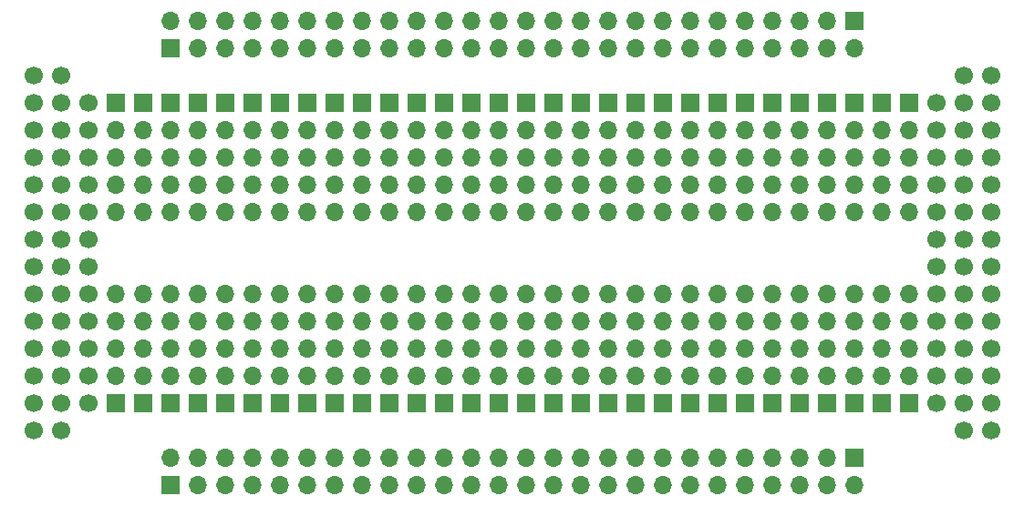
<source format=gbr>
G04 #@! TF.GenerationSoftware,KiCad,Pcbnew,(5.0.0)*
G04 #@! TF.CreationDate,2018-10-10T12:23:29-06:00*
G04 #@! TF.ProjectId,AltoidsPCB,416C746F6964735043422E6B69636164,rev?*
G04 #@! TF.SameCoordinates,Original*
G04 #@! TF.FileFunction,Copper,L1,Top,Signal*
G04 #@! TF.FilePolarity,Positive*
%FSLAX46Y46*%
G04 Gerber Fmt 4.6, Leading zero omitted, Abs format (unit mm)*
G04 Created by KiCad (PCBNEW (5.0.0)) date 10/10/18 12:23:29*
%MOMM*%
%LPD*%
G01*
G04 APERTURE LIST*
G04 #@! TA.AperFunction,ComponentPad*
%ADD10R,1.700000X1.700000*%
G04 #@! TD*
G04 #@! TA.AperFunction,ComponentPad*
%ADD11O,1.700000X1.700000*%
G04 #@! TD*
G04 #@! TA.AperFunction,ComponentPad*
%ADD12C,1.700000*%
G04 #@! TD*
G04 APERTURE END LIST*
D10*
G04 #@! TO.P,J2,1*
G04 #@! TO.N,Net-(J2-Pad1)*
X106680000Y-105410000D03*
D11*
G04 #@! TO.P,J2,2*
X109220000Y-105410000D03*
G04 #@! TO.P,J2,3*
X111760000Y-105410000D03*
G04 #@! TO.P,J2,4*
X114300000Y-105410000D03*
G04 #@! TO.P,J2,5*
X116840000Y-105410000D03*
G04 #@! TO.P,J2,6*
X119380000Y-105410000D03*
G04 #@! TO.P,J2,7*
X121920000Y-105410000D03*
G04 #@! TO.P,J2,8*
X124460000Y-105410000D03*
G04 #@! TO.P,J2,9*
X127000000Y-105410000D03*
G04 #@! TO.P,J2,10*
X129540000Y-105410000D03*
G04 #@! TO.P,J2,11*
X132080000Y-105410000D03*
G04 #@! TO.P,J2,12*
X134620000Y-105410000D03*
G04 #@! TO.P,J2,13*
X137160000Y-105410000D03*
G04 #@! TO.P,J2,14*
X139700000Y-105410000D03*
G04 #@! TO.P,J2,15*
X142240000Y-105410000D03*
G04 #@! TO.P,J2,16*
X144780000Y-105410000D03*
G04 #@! TO.P,J2,17*
X147320000Y-105410000D03*
G04 #@! TO.P,J2,18*
X149860000Y-105410000D03*
G04 #@! TO.P,J2,19*
X152400000Y-105410000D03*
G04 #@! TO.P,J2,20*
X154940000Y-105410000D03*
G04 #@! TO.P,J2,21*
X157480000Y-105410000D03*
G04 #@! TO.P,J2,22*
X160020000Y-105410000D03*
G04 #@! TO.P,J2,23*
X162560000Y-105410000D03*
G04 #@! TO.P,J2,24*
X165100000Y-105410000D03*
G04 #@! TO.P,J2,25*
X167640000Y-105410000D03*
G04 #@! TO.P,J2,26*
X170180000Y-105410000D03*
G04 #@! TD*
D10*
G04 #@! TO.P,J2,1*
G04 #@! TO.N,Net-(J2-Pad1)*
X170180000Y-102870000D03*
D11*
G04 #@! TO.P,J2,2*
X167640000Y-102870000D03*
G04 #@! TO.P,J2,3*
X165100000Y-102870000D03*
G04 #@! TO.P,J2,4*
X162560000Y-102870000D03*
G04 #@! TO.P,J2,5*
X160020000Y-102870000D03*
G04 #@! TO.P,J2,6*
X157480000Y-102870000D03*
G04 #@! TO.P,J2,7*
X154940000Y-102870000D03*
G04 #@! TO.P,J2,8*
X152400000Y-102870000D03*
G04 #@! TO.P,J2,9*
X149860000Y-102870000D03*
G04 #@! TO.P,J2,10*
X147320000Y-102870000D03*
G04 #@! TO.P,J2,11*
X144780000Y-102870000D03*
G04 #@! TO.P,J2,12*
X142240000Y-102870000D03*
G04 #@! TO.P,J2,13*
X139700000Y-102870000D03*
G04 #@! TO.P,J2,14*
X137160000Y-102870000D03*
G04 #@! TO.P,J2,15*
X134620000Y-102870000D03*
G04 #@! TO.P,J2,16*
X132080000Y-102870000D03*
G04 #@! TO.P,J2,17*
X129540000Y-102870000D03*
G04 #@! TO.P,J2,18*
X127000000Y-102870000D03*
G04 #@! TO.P,J2,19*
X124460000Y-102870000D03*
G04 #@! TO.P,J2,20*
X121920000Y-102870000D03*
G04 #@! TO.P,J2,21*
X119380000Y-102870000D03*
G04 #@! TO.P,J2,22*
X116840000Y-102870000D03*
G04 #@! TO.P,J2,23*
X114300000Y-102870000D03*
G04 #@! TO.P,J2,24*
X111760000Y-102870000D03*
G04 #@! TO.P,J2,25*
X109220000Y-102870000D03*
G04 #@! TO.P,J2,26*
X106680000Y-102870000D03*
G04 #@! TD*
D10*
G04 #@! TO.P,J2,1*
G04 #@! TO.N,Net-(J2-Pad1)*
X170180000Y-62230000D03*
D11*
G04 #@! TO.P,J2,2*
X167640000Y-62230000D03*
G04 #@! TO.P,J2,3*
X165100000Y-62230000D03*
G04 #@! TO.P,J2,4*
X162560000Y-62230000D03*
G04 #@! TO.P,J2,5*
X160020000Y-62230000D03*
G04 #@! TO.P,J2,6*
X157480000Y-62230000D03*
G04 #@! TO.P,J2,7*
X154940000Y-62230000D03*
G04 #@! TO.P,J2,8*
X152400000Y-62230000D03*
G04 #@! TO.P,J2,9*
X149860000Y-62230000D03*
G04 #@! TO.P,J2,10*
X147320000Y-62230000D03*
G04 #@! TO.P,J2,11*
X144780000Y-62230000D03*
G04 #@! TO.P,J2,12*
X142240000Y-62230000D03*
G04 #@! TO.P,J2,13*
X139700000Y-62230000D03*
G04 #@! TO.P,J2,14*
X137160000Y-62230000D03*
G04 #@! TO.P,J2,15*
X134620000Y-62230000D03*
G04 #@! TO.P,J2,16*
X132080000Y-62230000D03*
G04 #@! TO.P,J2,17*
X129540000Y-62230000D03*
G04 #@! TO.P,J2,18*
X127000000Y-62230000D03*
G04 #@! TO.P,J2,19*
X124460000Y-62230000D03*
G04 #@! TO.P,J2,20*
X121920000Y-62230000D03*
G04 #@! TO.P,J2,21*
X119380000Y-62230000D03*
G04 #@! TO.P,J2,22*
X116840000Y-62230000D03*
G04 #@! TO.P,J2,23*
X114300000Y-62230000D03*
G04 #@! TO.P,J2,24*
X111760000Y-62230000D03*
G04 #@! TO.P,J2,25*
X109220000Y-62230000D03*
G04 #@! TO.P,J2,26*
X106680000Y-62230000D03*
G04 #@! TD*
D10*
G04 #@! TO.P,J2,1*
G04 #@! TO.N,Net-(J2-Pad1)*
X106680000Y-64770000D03*
D11*
G04 #@! TO.P,J2,2*
X109220000Y-64770000D03*
G04 #@! TO.P,J2,3*
X111760000Y-64770000D03*
G04 #@! TO.P,J2,4*
X114300000Y-64770000D03*
G04 #@! TO.P,J2,5*
X116840000Y-64770000D03*
G04 #@! TO.P,J2,6*
X119380000Y-64770000D03*
G04 #@! TO.P,J2,7*
X121920000Y-64770000D03*
G04 #@! TO.P,J2,8*
X124460000Y-64770000D03*
G04 #@! TO.P,J2,9*
X127000000Y-64770000D03*
G04 #@! TO.P,J2,10*
X129540000Y-64770000D03*
G04 #@! TO.P,J2,11*
X132080000Y-64770000D03*
G04 #@! TO.P,J2,12*
X134620000Y-64770000D03*
G04 #@! TO.P,J2,13*
X137160000Y-64770000D03*
G04 #@! TO.P,J2,14*
X139700000Y-64770000D03*
G04 #@! TO.P,J2,15*
X142240000Y-64770000D03*
G04 #@! TO.P,J2,16*
X144780000Y-64770000D03*
G04 #@! TO.P,J2,17*
X147320000Y-64770000D03*
G04 #@! TO.P,J2,18*
X149860000Y-64770000D03*
G04 #@! TO.P,J2,19*
X152400000Y-64770000D03*
G04 #@! TO.P,J2,20*
X154940000Y-64770000D03*
G04 #@! TO.P,J2,21*
X157480000Y-64770000D03*
G04 #@! TO.P,J2,22*
X160020000Y-64770000D03*
G04 #@! TO.P,J2,23*
X162560000Y-64770000D03*
G04 #@! TO.P,J2,24*
X165100000Y-64770000D03*
G04 #@! TO.P,J2,25*
X167640000Y-64770000D03*
G04 #@! TO.P,J2,26*
X170180000Y-64770000D03*
G04 #@! TD*
D10*
G04 #@! TO.P,J1,1*
G04 #@! TO.N,Net-(J1-Pad1)*
X114300000Y-97790000D03*
D11*
G04 #@! TO.P,J1,2*
X114300000Y-95250000D03*
G04 #@! TO.P,J1,3*
X114300000Y-92710000D03*
G04 #@! TO.P,J1,4*
X114300000Y-90170000D03*
G04 #@! TO.P,J1,5*
X114300000Y-87630000D03*
G04 #@! TD*
D10*
G04 #@! TO.P,J1,1*
G04 #@! TO.N,Net-(J1-Pad1)*
X104140000Y-97790000D03*
D11*
G04 #@! TO.P,J1,2*
X104140000Y-95250000D03*
G04 #@! TO.P,J1,3*
X104140000Y-92710000D03*
G04 #@! TO.P,J1,4*
X104140000Y-90170000D03*
G04 #@! TO.P,J1,5*
X104140000Y-87630000D03*
G04 #@! TD*
D10*
G04 #@! TO.P,J1,1*
G04 #@! TO.N,Net-(J1-Pad1)*
X119380000Y-97790000D03*
D11*
G04 #@! TO.P,J1,2*
X119380000Y-95250000D03*
G04 #@! TO.P,J1,3*
X119380000Y-92710000D03*
G04 #@! TO.P,J1,4*
X119380000Y-90170000D03*
G04 #@! TO.P,J1,5*
X119380000Y-87630000D03*
G04 #@! TD*
D10*
G04 #@! TO.P,J1,1*
G04 #@! TO.N,Net-(J1-Pad1)*
X116840000Y-97790000D03*
D11*
G04 #@! TO.P,J1,2*
X116840000Y-95250000D03*
G04 #@! TO.P,J1,3*
X116840000Y-92710000D03*
G04 #@! TO.P,J1,4*
X116840000Y-90170000D03*
G04 #@! TO.P,J1,5*
X116840000Y-87630000D03*
G04 #@! TD*
D10*
G04 #@! TO.P,J1,1*
G04 #@! TO.N,Net-(J1-Pad1)*
X111760000Y-97790000D03*
D11*
G04 #@! TO.P,J1,2*
X111760000Y-95250000D03*
G04 #@! TO.P,J1,3*
X111760000Y-92710000D03*
G04 #@! TO.P,J1,4*
X111760000Y-90170000D03*
G04 #@! TO.P,J1,5*
X111760000Y-87630000D03*
G04 #@! TD*
D10*
G04 #@! TO.P,J1,1*
G04 #@! TO.N,Net-(J1-Pad1)*
X106680000Y-97790000D03*
D11*
G04 #@! TO.P,J1,2*
X106680000Y-95250000D03*
G04 #@! TO.P,J1,3*
X106680000Y-92710000D03*
G04 #@! TO.P,J1,4*
X106680000Y-90170000D03*
G04 #@! TO.P,J1,5*
X106680000Y-87630000D03*
G04 #@! TD*
D10*
G04 #@! TO.P,J1,1*
G04 #@! TO.N,Net-(J1-Pad1)*
X121920000Y-97790000D03*
D11*
G04 #@! TO.P,J1,2*
X121920000Y-95250000D03*
G04 #@! TO.P,J1,3*
X121920000Y-92710000D03*
G04 #@! TO.P,J1,4*
X121920000Y-90170000D03*
G04 #@! TO.P,J1,5*
X121920000Y-87630000D03*
G04 #@! TD*
D10*
G04 #@! TO.P,J1,1*
G04 #@! TO.N,Net-(J1-Pad1)*
X109220000Y-97790000D03*
D11*
G04 #@! TO.P,J1,2*
X109220000Y-95250000D03*
G04 #@! TO.P,J1,3*
X109220000Y-92710000D03*
G04 #@! TO.P,J1,4*
X109220000Y-90170000D03*
G04 #@! TO.P,J1,5*
X109220000Y-87630000D03*
G04 #@! TD*
D10*
G04 #@! TO.P,J1,1*
G04 #@! TO.N,Net-(J1-Pad1)*
X101600000Y-97790000D03*
D11*
G04 #@! TO.P,J1,2*
X101600000Y-95250000D03*
G04 #@! TO.P,J1,3*
X101600000Y-92710000D03*
G04 #@! TO.P,J1,4*
X101600000Y-90170000D03*
G04 #@! TO.P,J1,5*
X101600000Y-87630000D03*
G04 #@! TD*
D10*
G04 #@! TO.P,J1,1*
G04 #@! TO.N,Net-(J1-Pad1)*
X172720000Y-97790000D03*
D11*
G04 #@! TO.P,J1,2*
X172720000Y-95250000D03*
G04 #@! TO.P,J1,3*
X172720000Y-92710000D03*
G04 #@! TO.P,J1,4*
X172720000Y-90170000D03*
G04 #@! TO.P,J1,5*
X172720000Y-87630000D03*
G04 #@! TD*
D10*
G04 #@! TO.P,J1,1*
G04 #@! TO.N,Net-(J1-Pad1)*
X154940000Y-97790000D03*
D11*
G04 #@! TO.P,J1,2*
X154940000Y-95250000D03*
G04 #@! TO.P,J1,3*
X154940000Y-92710000D03*
G04 #@! TO.P,J1,4*
X154940000Y-90170000D03*
G04 #@! TO.P,J1,5*
X154940000Y-87630000D03*
G04 #@! TD*
D10*
G04 #@! TO.P,J1,1*
G04 #@! TO.N,Net-(J1-Pad1)*
X149860000Y-97790000D03*
D11*
G04 #@! TO.P,J1,2*
X149860000Y-95250000D03*
G04 #@! TO.P,J1,3*
X149860000Y-92710000D03*
G04 #@! TO.P,J1,4*
X149860000Y-90170000D03*
G04 #@! TO.P,J1,5*
X149860000Y-87630000D03*
G04 #@! TD*
D10*
G04 #@! TO.P,J1,1*
G04 #@! TO.N,Net-(J1-Pad1)*
X170180000Y-97790000D03*
D11*
G04 #@! TO.P,J1,2*
X170180000Y-95250000D03*
G04 #@! TO.P,J1,3*
X170180000Y-92710000D03*
G04 #@! TO.P,J1,4*
X170180000Y-90170000D03*
G04 #@! TO.P,J1,5*
X170180000Y-87630000D03*
G04 #@! TD*
D10*
G04 #@! TO.P,J1,1*
G04 #@! TO.N,Net-(J1-Pad1)*
X152400000Y-97790000D03*
D11*
G04 #@! TO.P,J1,2*
X152400000Y-95250000D03*
G04 #@! TO.P,J1,3*
X152400000Y-92710000D03*
G04 #@! TO.P,J1,4*
X152400000Y-90170000D03*
G04 #@! TO.P,J1,5*
X152400000Y-87630000D03*
G04 #@! TD*
D10*
G04 #@! TO.P,J1,1*
G04 #@! TO.N,Net-(J1-Pad1)*
X157480000Y-97790000D03*
D11*
G04 #@! TO.P,J1,2*
X157480000Y-95250000D03*
G04 #@! TO.P,J1,3*
X157480000Y-92710000D03*
G04 #@! TO.P,J1,4*
X157480000Y-90170000D03*
G04 #@! TO.P,J1,5*
X157480000Y-87630000D03*
G04 #@! TD*
D10*
G04 #@! TO.P,J1,1*
G04 #@! TO.N,Net-(J1-Pad1)*
X160020000Y-97790000D03*
D11*
G04 #@! TO.P,J1,2*
X160020000Y-95250000D03*
G04 #@! TO.P,J1,3*
X160020000Y-92710000D03*
G04 #@! TO.P,J1,4*
X160020000Y-90170000D03*
G04 #@! TO.P,J1,5*
X160020000Y-87630000D03*
G04 #@! TD*
D10*
G04 #@! TO.P,J1,1*
G04 #@! TO.N,Net-(J1-Pad1)*
X162560000Y-97790000D03*
D11*
G04 #@! TO.P,J1,2*
X162560000Y-95250000D03*
G04 #@! TO.P,J1,3*
X162560000Y-92710000D03*
G04 #@! TO.P,J1,4*
X162560000Y-90170000D03*
G04 #@! TO.P,J1,5*
X162560000Y-87630000D03*
G04 #@! TD*
D10*
G04 #@! TO.P,J1,1*
G04 #@! TO.N,Net-(J1-Pad1)*
X147320000Y-97790000D03*
D11*
G04 #@! TO.P,J1,2*
X147320000Y-95250000D03*
G04 #@! TO.P,J1,3*
X147320000Y-92710000D03*
G04 #@! TO.P,J1,4*
X147320000Y-90170000D03*
G04 #@! TO.P,J1,5*
X147320000Y-87630000D03*
G04 #@! TD*
D10*
G04 #@! TO.P,J1,1*
G04 #@! TO.N,Net-(J1-Pad1)*
X142240000Y-97790000D03*
D11*
G04 #@! TO.P,J1,2*
X142240000Y-95250000D03*
G04 #@! TO.P,J1,3*
X142240000Y-92710000D03*
G04 #@! TO.P,J1,4*
X142240000Y-90170000D03*
G04 #@! TO.P,J1,5*
X142240000Y-87630000D03*
G04 #@! TD*
D10*
G04 #@! TO.P,J1,1*
G04 #@! TO.N,Net-(J1-Pad1)*
X165100000Y-97790000D03*
D11*
G04 #@! TO.P,J1,2*
X165100000Y-95250000D03*
G04 #@! TO.P,J1,3*
X165100000Y-92710000D03*
G04 #@! TO.P,J1,4*
X165100000Y-90170000D03*
G04 #@! TO.P,J1,5*
X165100000Y-87630000D03*
G04 #@! TD*
D10*
G04 #@! TO.P,J1,1*
G04 #@! TO.N,Net-(J1-Pad1)*
X167640000Y-97790000D03*
D11*
G04 #@! TO.P,J1,2*
X167640000Y-95250000D03*
G04 #@! TO.P,J1,3*
X167640000Y-92710000D03*
G04 #@! TO.P,J1,4*
X167640000Y-90170000D03*
G04 #@! TO.P,J1,5*
X167640000Y-87630000D03*
G04 #@! TD*
D10*
G04 #@! TO.P,J1,1*
G04 #@! TO.N,Net-(J1-Pad1)*
X144780000Y-97790000D03*
D11*
G04 #@! TO.P,J1,2*
X144780000Y-95250000D03*
G04 #@! TO.P,J1,3*
X144780000Y-92710000D03*
G04 #@! TO.P,J1,4*
X144780000Y-90170000D03*
G04 #@! TO.P,J1,5*
X144780000Y-87630000D03*
G04 #@! TD*
D10*
G04 #@! TO.P,J1,1*
G04 #@! TO.N,Net-(J1-Pad1)*
X139700000Y-97790000D03*
D11*
G04 #@! TO.P,J1,2*
X139700000Y-95250000D03*
G04 #@! TO.P,J1,3*
X139700000Y-92710000D03*
G04 #@! TO.P,J1,4*
X139700000Y-90170000D03*
G04 #@! TO.P,J1,5*
X139700000Y-87630000D03*
G04 #@! TD*
D10*
G04 #@! TO.P,J1,1*
G04 #@! TO.N,Net-(J1-Pad1)*
X132080000Y-97790000D03*
D11*
G04 #@! TO.P,J1,2*
X132080000Y-95250000D03*
G04 #@! TO.P,J1,3*
X132080000Y-92710000D03*
G04 #@! TO.P,J1,4*
X132080000Y-90170000D03*
G04 #@! TO.P,J1,5*
X132080000Y-87630000D03*
G04 #@! TD*
D10*
G04 #@! TO.P,J1,1*
G04 #@! TO.N,Net-(J1-Pad1)*
X134620000Y-97790000D03*
D11*
G04 #@! TO.P,J1,2*
X134620000Y-95250000D03*
G04 #@! TO.P,J1,3*
X134620000Y-92710000D03*
G04 #@! TO.P,J1,4*
X134620000Y-90170000D03*
G04 #@! TO.P,J1,5*
X134620000Y-87630000D03*
G04 #@! TD*
D10*
G04 #@! TO.P,J1,1*
G04 #@! TO.N,Net-(J1-Pad1)*
X175260000Y-97790000D03*
D11*
G04 #@! TO.P,J1,2*
X175260000Y-95250000D03*
G04 #@! TO.P,J1,3*
X175260000Y-92710000D03*
G04 #@! TO.P,J1,4*
X175260000Y-90170000D03*
G04 #@! TO.P,J1,5*
X175260000Y-87630000D03*
G04 #@! TD*
D10*
G04 #@! TO.P,J1,1*
G04 #@! TO.N,Net-(J1-Pad1)*
X137160000Y-97790000D03*
D11*
G04 #@! TO.P,J1,2*
X137160000Y-95250000D03*
G04 #@! TO.P,J1,3*
X137160000Y-92710000D03*
G04 #@! TO.P,J1,4*
X137160000Y-90170000D03*
G04 #@! TO.P,J1,5*
X137160000Y-87630000D03*
G04 #@! TD*
D10*
G04 #@! TO.P,J1,1*
G04 #@! TO.N,Net-(J1-Pad1)*
X129540000Y-97790000D03*
D11*
G04 #@! TO.P,J1,2*
X129540000Y-95250000D03*
G04 #@! TO.P,J1,3*
X129540000Y-92710000D03*
G04 #@! TO.P,J1,4*
X129540000Y-90170000D03*
G04 #@! TO.P,J1,5*
X129540000Y-87630000D03*
G04 #@! TD*
D10*
G04 #@! TO.P,J1,1*
G04 #@! TO.N,Net-(J1-Pad1)*
X124460000Y-97790000D03*
D11*
G04 #@! TO.P,J1,2*
X124460000Y-95250000D03*
G04 #@! TO.P,J1,3*
X124460000Y-92710000D03*
G04 #@! TO.P,J1,4*
X124460000Y-90170000D03*
G04 #@! TO.P,J1,5*
X124460000Y-87630000D03*
G04 #@! TD*
D10*
G04 #@! TO.P,J1,1*
G04 #@! TO.N,Net-(J1-Pad1)*
X127000000Y-97790000D03*
D11*
G04 #@! TO.P,J1,2*
X127000000Y-95250000D03*
G04 #@! TO.P,J1,3*
X127000000Y-92710000D03*
G04 #@! TO.P,J1,4*
X127000000Y-90170000D03*
G04 #@! TO.P,J1,5*
X127000000Y-87630000D03*
G04 #@! TD*
D10*
G04 #@! TO.P,J1,1*
G04 #@! TO.N,Net-(J1-Pad1)*
X175260000Y-69850000D03*
D11*
G04 #@! TO.P,J1,2*
X175260000Y-72390000D03*
G04 #@! TO.P,J1,3*
X175260000Y-74930000D03*
G04 #@! TO.P,J1,4*
X175260000Y-77470000D03*
G04 #@! TO.P,J1,5*
X175260000Y-80010000D03*
G04 #@! TD*
D10*
G04 #@! TO.P,J1,1*
G04 #@! TO.N,Net-(J1-Pad1)*
X172720000Y-69850000D03*
D11*
G04 #@! TO.P,J1,2*
X172720000Y-72390000D03*
G04 #@! TO.P,J1,3*
X172720000Y-74930000D03*
G04 #@! TO.P,J1,4*
X172720000Y-77470000D03*
G04 #@! TO.P,J1,5*
X172720000Y-80010000D03*
G04 #@! TD*
D10*
G04 #@! TO.P,J1,1*
G04 #@! TO.N,Net-(J1-Pad1)*
X170180000Y-69850000D03*
D11*
G04 #@! TO.P,J1,2*
X170180000Y-72390000D03*
G04 #@! TO.P,J1,3*
X170180000Y-74930000D03*
G04 #@! TO.P,J1,4*
X170180000Y-77470000D03*
G04 #@! TO.P,J1,5*
X170180000Y-80010000D03*
G04 #@! TD*
D10*
G04 #@! TO.P,J1,1*
G04 #@! TO.N,Net-(J1-Pad1)*
X167640000Y-69850000D03*
D11*
G04 #@! TO.P,J1,2*
X167640000Y-72390000D03*
G04 #@! TO.P,J1,3*
X167640000Y-74930000D03*
G04 #@! TO.P,J1,4*
X167640000Y-77470000D03*
G04 #@! TO.P,J1,5*
X167640000Y-80010000D03*
G04 #@! TD*
D10*
G04 #@! TO.P,J1,1*
G04 #@! TO.N,Net-(J1-Pad1)*
X165100000Y-69850000D03*
D11*
G04 #@! TO.P,J1,2*
X165100000Y-72390000D03*
G04 #@! TO.P,J1,3*
X165100000Y-74930000D03*
G04 #@! TO.P,J1,4*
X165100000Y-77470000D03*
G04 #@! TO.P,J1,5*
X165100000Y-80010000D03*
G04 #@! TD*
D10*
G04 #@! TO.P,J1,1*
G04 #@! TO.N,Net-(J1-Pad1)*
X162560000Y-69850000D03*
D11*
G04 #@! TO.P,J1,2*
X162560000Y-72390000D03*
G04 #@! TO.P,J1,3*
X162560000Y-74930000D03*
G04 #@! TO.P,J1,4*
X162560000Y-77470000D03*
G04 #@! TO.P,J1,5*
X162560000Y-80010000D03*
G04 #@! TD*
D10*
G04 #@! TO.P,J1,1*
G04 #@! TO.N,Net-(J1-Pad1)*
X160020000Y-69850000D03*
D11*
G04 #@! TO.P,J1,2*
X160020000Y-72390000D03*
G04 #@! TO.P,J1,3*
X160020000Y-74930000D03*
G04 #@! TO.P,J1,4*
X160020000Y-77470000D03*
G04 #@! TO.P,J1,5*
X160020000Y-80010000D03*
G04 #@! TD*
D10*
G04 #@! TO.P,J1,1*
G04 #@! TO.N,Net-(J1-Pad1)*
X157480000Y-69850000D03*
D11*
G04 #@! TO.P,J1,2*
X157480000Y-72390000D03*
G04 #@! TO.P,J1,3*
X157480000Y-74930000D03*
G04 #@! TO.P,J1,4*
X157480000Y-77470000D03*
G04 #@! TO.P,J1,5*
X157480000Y-80010000D03*
G04 #@! TD*
D10*
G04 #@! TO.P,J1,1*
G04 #@! TO.N,Net-(J1-Pad1)*
X154940000Y-69850000D03*
D11*
G04 #@! TO.P,J1,2*
X154940000Y-72390000D03*
G04 #@! TO.P,J1,3*
X154940000Y-74930000D03*
G04 #@! TO.P,J1,4*
X154940000Y-77470000D03*
G04 #@! TO.P,J1,5*
X154940000Y-80010000D03*
G04 #@! TD*
D10*
G04 #@! TO.P,J1,1*
G04 #@! TO.N,Net-(J1-Pad1)*
X152400000Y-69850000D03*
D11*
G04 #@! TO.P,J1,2*
X152400000Y-72390000D03*
G04 #@! TO.P,J1,3*
X152400000Y-74930000D03*
G04 #@! TO.P,J1,4*
X152400000Y-77470000D03*
G04 #@! TO.P,J1,5*
X152400000Y-80010000D03*
G04 #@! TD*
D10*
G04 #@! TO.P,J1,1*
G04 #@! TO.N,Net-(J1-Pad1)*
X149860000Y-69850000D03*
D11*
G04 #@! TO.P,J1,2*
X149860000Y-72390000D03*
G04 #@! TO.P,J1,3*
X149860000Y-74930000D03*
G04 #@! TO.P,J1,4*
X149860000Y-77470000D03*
G04 #@! TO.P,J1,5*
X149860000Y-80010000D03*
G04 #@! TD*
D10*
G04 #@! TO.P,J1,1*
G04 #@! TO.N,Net-(J1-Pad1)*
X147320000Y-69850000D03*
D11*
G04 #@! TO.P,J1,2*
X147320000Y-72390000D03*
G04 #@! TO.P,J1,3*
X147320000Y-74930000D03*
G04 #@! TO.P,J1,4*
X147320000Y-77470000D03*
G04 #@! TO.P,J1,5*
X147320000Y-80010000D03*
G04 #@! TD*
D10*
G04 #@! TO.P,J1,1*
G04 #@! TO.N,Net-(J1-Pad1)*
X144780000Y-69850000D03*
D11*
G04 #@! TO.P,J1,2*
X144780000Y-72390000D03*
G04 #@! TO.P,J1,3*
X144780000Y-74930000D03*
G04 #@! TO.P,J1,4*
X144780000Y-77470000D03*
G04 #@! TO.P,J1,5*
X144780000Y-80010000D03*
G04 #@! TD*
D10*
G04 #@! TO.P,J1,1*
G04 #@! TO.N,Net-(J1-Pad1)*
X142240000Y-69850000D03*
D11*
G04 #@! TO.P,J1,2*
X142240000Y-72390000D03*
G04 #@! TO.P,J1,3*
X142240000Y-74930000D03*
G04 #@! TO.P,J1,4*
X142240000Y-77470000D03*
G04 #@! TO.P,J1,5*
X142240000Y-80010000D03*
G04 #@! TD*
D10*
G04 #@! TO.P,J1,1*
G04 #@! TO.N,Net-(J1-Pad1)*
X139700000Y-69850000D03*
D11*
G04 #@! TO.P,J1,2*
X139700000Y-72390000D03*
G04 #@! TO.P,J1,3*
X139700000Y-74930000D03*
G04 #@! TO.P,J1,4*
X139700000Y-77470000D03*
G04 #@! TO.P,J1,5*
X139700000Y-80010000D03*
G04 #@! TD*
D10*
G04 #@! TO.P,J1,1*
G04 #@! TO.N,Net-(J1-Pad1)*
X137160000Y-69850000D03*
D11*
G04 #@! TO.P,J1,2*
X137160000Y-72390000D03*
G04 #@! TO.P,J1,3*
X137160000Y-74930000D03*
G04 #@! TO.P,J1,4*
X137160000Y-77470000D03*
G04 #@! TO.P,J1,5*
X137160000Y-80010000D03*
G04 #@! TD*
D10*
G04 #@! TO.P,J1,1*
G04 #@! TO.N,Net-(J1-Pad1)*
X134620000Y-69850000D03*
D11*
G04 #@! TO.P,J1,2*
X134620000Y-72390000D03*
G04 #@! TO.P,J1,3*
X134620000Y-74930000D03*
G04 #@! TO.P,J1,4*
X134620000Y-77470000D03*
G04 #@! TO.P,J1,5*
X134620000Y-80010000D03*
G04 #@! TD*
D10*
G04 #@! TO.P,J1,1*
G04 #@! TO.N,Net-(J1-Pad1)*
X132080000Y-69850000D03*
D11*
G04 #@! TO.P,J1,2*
X132080000Y-72390000D03*
G04 #@! TO.P,J1,3*
X132080000Y-74930000D03*
G04 #@! TO.P,J1,4*
X132080000Y-77470000D03*
G04 #@! TO.P,J1,5*
X132080000Y-80010000D03*
G04 #@! TD*
D10*
G04 #@! TO.P,J1,1*
G04 #@! TO.N,Net-(J1-Pad1)*
X129540000Y-69850000D03*
D11*
G04 #@! TO.P,J1,2*
X129540000Y-72390000D03*
G04 #@! TO.P,J1,3*
X129540000Y-74930000D03*
G04 #@! TO.P,J1,4*
X129540000Y-77470000D03*
G04 #@! TO.P,J1,5*
X129540000Y-80010000D03*
G04 #@! TD*
D10*
G04 #@! TO.P,J1,1*
G04 #@! TO.N,Net-(J1-Pad1)*
X127000000Y-69850000D03*
D11*
G04 #@! TO.P,J1,2*
X127000000Y-72390000D03*
G04 #@! TO.P,J1,3*
X127000000Y-74930000D03*
G04 #@! TO.P,J1,4*
X127000000Y-77470000D03*
G04 #@! TO.P,J1,5*
X127000000Y-80010000D03*
G04 #@! TD*
D10*
G04 #@! TO.P,J1,1*
G04 #@! TO.N,Net-(J1-Pad1)*
X124460000Y-69850000D03*
D11*
G04 #@! TO.P,J1,2*
X124460000Y-72390000D03*
G04 #@! TO.P,J1,3*
X124460000Y-74930000D03*
G04 #@! TO.P,J1,4*
X124460000Y-77470000D03*
G04 #@! TO.P,J1,5*
X124460000Y-80010000D03*
G04 #@! TD*
D10*
G04 #@! TO.P,J1,1*
G04 #@! TO.N,Net-(J1-Pad1)*
X121920000Y-69850000D03*
D11*
G04 #@! TO.P,J1,2*
X121920000Y-72390000D03*
G04 #@! TO.P,J1,3*
X121920000Y-74930000D03*
G04 #@! TO.P,J1,4*
X121920000Y-77470000D03*
G04 #@! TO.P,J1,5*
X121920000Y-80010000D03*
G04 #@! TD*
D10*
G04 #@! TO.P,J1,1*
G04 #@! TO.N,Net-(J1-Pad1)*
X119380000Y-69850000D03*
D11*
G04 #@! TO.P,J1,2*
X119380000Y-72390000D03*
G04 #@! TO.P,J1,3*
X119380000Y-74930000D03*
G04 #@! TO.P,J1,4*
X119380000Y-77470000D03*
G04 #@! TO.P,J1,5*
X119380000Y-80010000D03*
G04 #@! TD*
D10*
G04 #@! TO.P,J1,1*
G04 #@! TO.N,Net-(J1-Pad1)*
X116840000Y-69850000D03*
D11*
G04 #@! TO.P,J1,2*
X116840000Y-72390000D03*
G04 #@! TO.P,J1,3*
X116840000Y-74930000D03*
G04 #@! TO.P,J1,4*
X116840000Y-77470000D03*
G04 #@! TO.P,J1,5*
X116840000Y-80010000D03*
G04 #@! TD*
D10*
G04 #@! TO.P,J1,1*
G04 #@! TO.N,Net-(J1-Pad1)*
X114300000Y-69850000D03*
D11*
G04 #@! TO.P,J1,2*
X114300000Y-72390000D03*
G04 #@! TO.P,J1,3*
X114300000Y-74930000D03*
G04 #@! TO.P,J1,4*
X114300000Y-77470000D03*
G04 #@! TO.P,J1,5*
X114300000Y-80010000D03*
G04 #@! TD*
D10*
G04 #@! TO.P,J1,1*
G04 #@! TO.N,Net-(J1-Pad1)*
X111760000Y-69850000D03*
D11*
G04 #@! TO.P,J1,2*
X111760000Y-72390000D03*
G04 #@! TO.P,J1,3*
X111760000Y-74930000D03*
G04 #@! TO.P,J1,4*
X111760000Y-77470000D03*
G04 #@! TO.P,J1,5*
X111760000Y-80010000D03*
G04 #@! TD*
D10*
G04 #@! TO.P,J1,1*
G04 #@! TO.N,Net-(J1-Pad1)*
X109220000Y-69850000D03*
D11*
G04 #@! TO.P,J1,2*
X109220000Y-72390000D03*
G04 #@! TO.P,J1,3*
X109220000Y-74930000D03*
G04 #@! TO.P,J1,4*
X109220000Y-77470000D03*
G04 #@! TO.P,J1,5*
X109220000Y-80010000D03*
G04 #@! TD*
D10*
G04 #@! TO.P,J1,1*
G04 #@! TO.N,Net-(J1-Pad1)*
X106680000Y-69850000D03*
D11*
G04 #@! TO.P,J1,2*
X106680000Y-72390000D03*
G04 #@! TO.P,J1,3*
X106680000Y-74930000D03*
G04 #@! TO.P,J1,4*
X106680000Y-77470000D03*
G04 #@! TO.P,J1,5*
X106680000Y-80010000D03*
G04 #@! TD*
D10*
G04 #@! TO.P,J1,1*
G04 #@! TO.N,Net-(J1-Pad1)*
X104140000Y-69850000D03*
D11*
G04 #@! TO.P,J1,2*
X104140000Y-72390000D03*
G04 #@! TO.P,J1,3*
X104140000Y-74930000D03*
G04 #@! TO.P,J1,4*
X104140000Y-77470000D03*
G04 #@! TO.P,J1,5*
X104140000Y-80010000D03*
G04 #@! TD*
D10*
G04 #@! TO.P,J1,1*
G04 #@! TO.N,Net-(J1-Pad1)*
X101600000Y-69850000D03*
D11*
G04 #@! TO.P,J1,2*
X101600000Y-72390000D03*
G04 #@! TO.P,J1,3*
X101600000Y-74930000D03*
G04 #@! TO.P,J1,4*
X101600000Y-77470000D03*
G04 #@! TO.P,J1,5*
X101600000Y-80010000D03*
G04 #@! TD*
D12*
G04 #@! TO.P,J3,1*
G04 #@! TO.N,Net-(J3-Pad1)*
X93980000Y-67310000D03*
G04 #@! TD*
G04 #@! TO.P,J3,1*
G04 #@! TO.N,Net-(J3-Pad1)*
X182880000Y-67310000D03*
G04 #@! TD*
G04 #@! TO.P,J3,1*
G04 #@! TO.N,Net-(J3-Pad1)*
X180340000Y-67310000D03*
G04 #@! TD*
G04 #@! TO.P,J3,1*
G04 #@! TO.N,Net-(J3-Pad1)*
X182880000Y-100330000D03*
G04 #@! TD*
G04 #@! TO.P,J3,1*
G04 #@! TO.N,Net-(J3-Pad1)*
X180340000Y-100330000D03*
G04 #@! TD*
G04 #@! TO.P,J3,1*
G04 #@! TO.N,Net-(J3-Pad1)*
X93980000Y-100330000D03*
G04 #@! TD*
G04 #@! TO.P,J3,1*
G04 #@! TO.N,Net-(J3-Pad1)*
X96520000Y-100330000D03*
G04 #@! TD*
G04 #@! TO.P,J3,1*
G04 #@! TO.N,Net-(J3-Pad1)*
X96520000Y-67310000D03*
G04 #@! TD*
G04 #@! TO.P,J3,1*
G04 #@! TO.N,Net-(J3-Pad1)*
X180340000Y-95250000D03*
G04 #@! TD*
G04 #@! TO.P,J3,1*
G04 #@! TO.N,Net-(J3-Pad1)*
X180340000Y-97790000D03*
G04 #@! TD*
G04 #@! TO.P,J3,1*
G04 #@! TO.N,Net-(J3-Pad1)*
X182880000Y-97790000D03*
G04 #@! TD*
G04 #@! TO.P,J3,1*
G04 #@! TO.N,Net-(J3-Pad1)*
X177800000Y-92710000D03*
G04 #@! TD*
G04 #@! TO.P,J3,1*
G04 #@! TO.N,Net-(J3-Pad1)*
X177800000Y-95250000D03*
G04 #@! TD*
G04 #@! TO.P,J3,1*
G04 #@! TO.N,Net-(J3-Pad1)*
X182880000Y-92710000D03*
G04 #@! TD*
G04 #@! TO.P,J3,1*
G04 #@! TO.N,Net-(J3-Pad1)*
X180340000Y-92710000D03*
G04 #@! TD*
G04 #@! TO.P,J3,1*
G04 #@! TO.N,Net-(J3-Pad1)*
X182880000Y-95250000D03*
G04 #@! TD*
G04 #@! TO.P,J3,1*
G04 #@! TO.N,Net-(J3-Pad1)*
X177800000Y-97790000D03*
G04 #@! TD*
G04 #@! TO.P,J3,1*
G04 #@! TO.N,Net-(J3-Pad1)*
X182880000Y-69850000D03*
G04 #@! TD*
G04 #@! TO.P,J3,1*
G04 #@! TO.N,Net-(J3-Pad1)*
X180340000Y-69850000D03*
G04 #@! TD*
G04 #@! TO.P,J3,1*
G04 #@! TO.N,Net-(J3-Pad1)*
X182880000Y-82550000D03*
G04 #@! TD*
G04 #@! TO.P,J3,1*
G04 #@! TO.N,Net-(J3-Pad1)*
X182880000Y-74930000D03*
G04 #@! TD*
G04 #@! TO.P,J3,1*
G04 #@! TO.N,Net-(J3-Pad1)*
X177800000Y-77470000D03*
G04 #@! TD*
G04 #@! TO.P,J3,1*
G04 #@! TO.N,Net-(J3-Pad1)*
X182880000Y-72390000D03*
G04 #@! TD*
G04 #@! TO.P,J3,1*
G04 #@! TO.N,Net-(J3-Pad1)*
X180340000Y-82550000D03*
G04 #@! TD*
G04 #@! TO.P,J3,1*
G04 #@! TO.N,Net-(J3-Pad1)*
X177800000Y-82550000D03*
G04 #@! TD*
G04 #@! TO.P,J3,1*
G04 #@! TO.N,Net-(J3-Pad1)*
X182880000Y-80010000D03*
G04 #@! TD*
G04 #@! TO.P,J3,1*
G04 #@! TO.N,Net-(J3-Pad1)*
X177800000Y-80010000D03*
G04 #@! TD*
G04 #@! TO.P,J3,1*
G04 #@! TO.N,Net-(J3-Pad1)*
X177800000Y-90170000D03*
G04 #@! TD*
G04 #@! TO.P,J3,1*
G04 #@! TO.N,Net-(J3-Pad1)*
X182880000Y-85090000D03*
G04 #@! TD*
G04 #@! TO.P,J3,1*
G04 #@! TO.N,Net-(J3-Pad1)*
X180340000Y-74930000D03*
G04 #@! TD*
G04 #@! TO.P,J3,1*
G04 #@! TO.N,Net-(J3-Pad1)*
X177800000Y-85090000D03*
G04 #@! TD*
G04 #@! TO.P,J3,1*
G04 #@! TO.N,Net-(J3-Pad1)*
X177800000Y-72390000D03*
G04 #@! TD*
G04 #@! TO.P,J3,1*
G04 #@! TO.N,Net-(J3-Pad1)*
X180340000Y-72390000D03*
G04 #@! TD*
G04 #@! TO.P,J3,1*
G04 #@! TO.N,Net-(J3-Pad1)*
X180340000Y-85090000D03*
G04 #@! TD*
G04 #@! TO.P,J3,1*
G04 #@! TO.N,Net-(J3-Pad1)*
X180340000Y-77470000D03*
G04 #@! TD*
G04 #@! TO.P,J3,1*
G04 #@! TO.N,Net-(J3-Pad1)*
X180340000Y-90170000D03*
G04 #@! TD*
G04 #@! TO.P,J3,1*
G04 #@! TO.N,Net-(J3-Pad1)*
X182880000Y-87630000D03*
G04 #@! TD*
G04 #@! TO.P,J3,1*
G04 #@! TO.N,Net-(J3-Pad1)*
X182880000Y-77470000D03*
G04 #@! TD*
G04 #@! TO.P,J3,1*
G04 #@! TO.N,Net-(J3-Pad1)*
X177800000Y-69850000D03*
G04 #@! TD*
G04 #@! TO.P,J3,1*
G04 #@! TO.N,Net-(J3-Pad1)*
X180340000Y-87630000D03*
G04 #@! TD*
G04 #@! TO.P,J3,1*
G04 #@! TO.N,Net-(J3-Pad1)*
X177800000Y-74930000D03*
G04 #@! TD*
G04 #@! TO.P,J3,1*
G04 #@! TO.N,Net-(J3-Pad1)*
X180340000Y-80010000D03*
G04 #@! TD*
G04 #@! TO.P,J3,1*
G04 #@! TO.N,Net-(J3-Pad1)*
X177800000Y-87630000D03*
G04 #@! TD*
G04 #@! TO.P,J3,1*
G04 #@! TO.N,Net-(J3-Pad1)*
X182880000Y-90170000D03*
G04 #@! TD*
G04 #@! TO.P,J3,1*
G04 #@! TO.N,Net-(J3-Pad1)*
X99060000Y-97790000D03*
G04 #@! TD*
G04 #@! TO.P,J3,1*
G04 #@! TO.N,Net-(J3-Pad1)*
X96520000Y-97790000D03*
G04 #@! TD*
G04 #@! TO.P,J3,1*
G04 #@! TO.N,Net-(J3-Pad1)*
X93980000Y-97790000D03*
G04 #@! TD*
G04 #@! TO.P,J3,1*
G04 #@! TO.N,Net-(J3-Pad1)*
X99060000Y-95250000D03*
G04 #@! TD*
G04 #@! TO.P,J3,1*
G04 #@! TO.N,Net-(J3-Pad1)*
X96520000Y-95250000D03*
G04 #@! TD*
G04 #@! TO.P,J3,1*
G04 #@! TO.N,Net-(J3-Pad1)*
X93980000Y-95250000D03*
G04 #@! TD*
G04 #@! TO.P,J3,1*
G04 #@! TO.N,Net-(J3-Pad1)*
X99060000Y-92710000D03*
G04 #@! TD*
G04 #@! TO.P,J3,1*
G04 #@! TO.N,Net-(J3-Pad1)*
X96520000Y-92710000D03*
G04 #@! TD*
G04 #@! TO.P,J3,1*
G04 #@! TO.N,Net-(J3-Pad1)*
X93980000Y-92710000D03*
G04 #@! TD*
G04 #@! TO.P,J3,1*
G04 #@! TO.N,Net-(J3-Pad1)*
X99060000Y-90170000D03*
G04 #@! TD*
G04 #@! TO.P,J3,1*
G04 #@! TO.N,Net-(J3-Pad1)*
X96520000Y-90170000D03*
G04 #@! TD*
G04 #@! TO.P,J3,1*
G04 #@! TO.N,Net-(J3-Pad1)*
X93980000Y-90170000D03*
G04 #@! TD*
G04 #@! TO.P,J3,1*
G04 #@! TO.N,Net-(J3-Pad1)*
X99060000Y-87630000D03*
G04 #@! TD*
G04 #@! TO.P,J3,1*
G04 #@! TO.N,Net-(J3-Pad1)*
X96520000Y-87630000D03*
G04 #@! TD*
G04 #@! TO.P,J3,1*
G04 #@! TO.N,Net-(J3-Pad1)*
X93980000Y-87630000D03*
G04 #@! TD*
G04 #@! TO.P,J3,1*
G04 #@! TO.N,Net-(J3-Pad1)*
X99060000Y-85090000D03*
G04 #@! TD*
G04 #@! TO.P,J3,1*
G04 #@! TO.N,Net-(J3-Pad1)*
X96520000Y-85090000D03*
G04 #@! TD*
G04 #@! TO.P,J3,1*
G04 #@! TO.N,Net-(J3-Pad1)*
X93980000Y-85090000D03*
G04 #@! TD*
G04 #@! TO.P,J3,1*
G04 #@! TO.N,Net-(J3-Pad1)*
X99060000Y-82550000D03*
G04 #@! TD*
G04 #@! TO.P,J3,1*
G04 #@! TO.N,Net-(J3-Pad1)*
X96520000Y-82550000D03*
G04 #@! TD*
G04 #@! TO.P,J3,1*
G04 #@! TO.N,Net-(J3-Pad1)*
X93980000Y-82550000D03*
G04 #@! TD*
G04 #@! TO.P,J3,1*
G04 #@! TO.N,Net-(J3-Pad1)*
X99060000Y-80010000D03*
G04 #@! TD*
G04 #@! TO.P,J3,1*
G04 #@! TO.N,Net-(J3-Pad1)*
X96520000Y-80010000D03*
G04 #@! TD*
G04 #@! TO.P,J3,1*
G04 #@! TO.N,Net-(J3-Pad1)*
X93980000Y-80010000D03*
G04 #@! TD*
G04 #@! TO.P,J3,1*
G04 #@! TO.N,Net-(J3-Pad1)*
X99060000Y-77470000D03*
G04 #@! TD*
G04 #@! TO.P,J3,1*
G04 #@! TO.N,Net-(J3-Pad1)*
X96520000Y-77470000D03*
G04 #@! TD*
G04 #@! TO.P,J3,1*
G04 #@! TO.N,Net-(J3-Pad1)*
X93980000Y-77470000D03*
G04 #@! TD*
G04 #@! TO.P,J3,1*
G04 #@! TO.N,Net-(J3-Pad1)*
X99060000Y-74930000D03*
G04 #@! TD*
G04 #@! TO.P,J3,1*
G04 #@! TO.N,Net-(J3-Pad1)*
X96520000Y-74930000D03*
G04 #@! TD*
G04 #@! TO.P,J3,1*
G04 #@! TO.N,Net-(J3-Pad1)*
X93980000Y-74930000D03*
G04 #@! TD*
G04 #@! TO.P,J3,1*
G04 #@! TO.N,Net-(J3-Pad1)*
X99060000Y-72390000D03*
G04 #@! TD*
G04 #@! TO.P,J3,1*
G04 #@! TO.N,Net-(J3-Pad1)*
X96520000Y-72390000D03*
G04 #@! TD*
G04 #@! TO.P,J3,1*
G04 #@! TO.N,Net-(J3-Pad1)*
X93980000Y-72390000D03*
G04 #@! TD*
G04 #@! TO.P,J3,1*
G04 #@! TO.N,Net-(J3-Pad1)*
X99060000Y-69850000D03*
G04 #@! TD*
G04 #@! TO.P,J3,1*
G04 #@! TO.N,Net-(J3-Pad1)*
X96520000Y-69850000D03*
G04 #@! TD*
G04 #@! TO.P,J3,1*
G04 #@! TO.N,Net-(J3-Pad1)*
X93980000Y-69850000D03*
G04 #@! TD*
M02*

</source>
